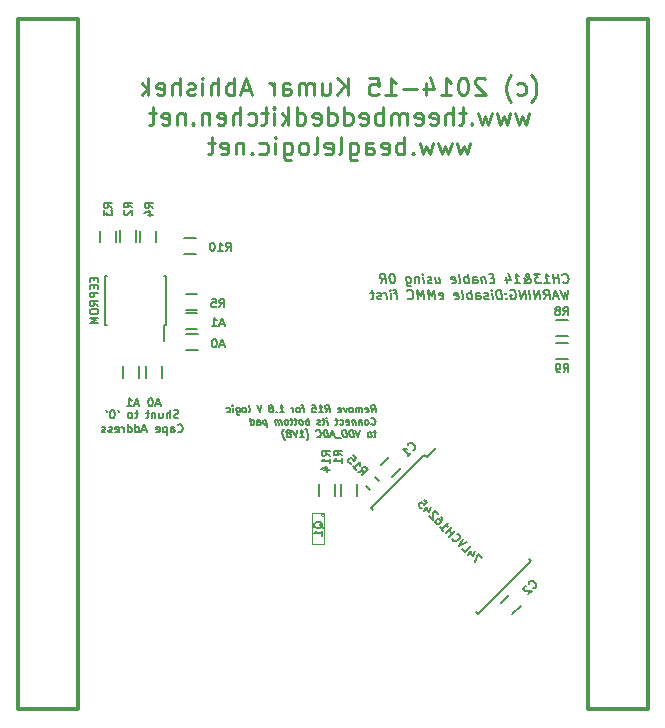
<source format=gbo>
%TF.GenerationSoftware,KiCad,Pcbnew,5.1.10*%
%TF.CreationDate,2022-06-04T14:31:52-04:00*%
%TF.ProjectId,BeagleLogic Cape,42656167-6c65-44c6-9f67-696320436170,rev?*%
%TF.SameCoordinates,PX6cb8080PY7bfa480*%
%TF.FileFunction,Legend,Bot*%
%TF.FilePolarity,Positive*%
%FSLAX46Y46*%
G04 Gerber Fmt 4.6, Leading zero omitted, Abs format (unit mm)*
G04 Created by KiCad (PCBNEW 5.1.10) date 2022-06-04 14:31:52*
%MOMM*%
%LPD*%
G01*
G04 APERTURE LIST*
%ADD10C,0.150000*%
%ADD11C,0.155000*%
%ADD12C,0.254000*%
%ADD13C,0.304800*%
%ADD14C,0.300000*%
%ADD15C,0.078740*%
G04 APERTURE END LIST*
D10*
X31413214Y35378572D02*
X31577500Y35664286D01*
X31756071Y35378572D02*
X31681071Y35978572D01*
X31452500Y35978572D01*
X31398928Y35950000D01*
X31373928Y35921429D01*
X31352500Y35864286D01*
X31363214Y35778572D01*
X31398928Y35721429D01*
X31431071Y35692858D01*
X31491785Y35664286D01*
X31720357Y35664286D01*
X30923928Y35407143D02*
X30984642Y35378572D01*
X31098928Y35378572D01*
X31152500Y35407143D01*
X31173928Y35464286D01*
X31145357Y35692858D01*
X31109642Y35750000D01*
X31048928Y35778572D01*
X30934642Y35778572D01*
X30881071Y35750000D01*
X30859642Y35692858D01*
X30866785Y35635715D01*
X31159642Y35578572D01*
X30641785Y35378572D02*
X30591785Y35778572D01*
X30598928Y35721429D02*
X30566785Y35750000D01*
X30506071Y35778572D01*
X30420357Y35778572D01*
X30366785Y35750000D01*
X30345357Y35692858D01*
X30384642Y35378572D01*
X30345357Y35692858D02*
X30309642Y35750000D01*
X30248928Y35778572D01*
X30163214Y35778572D01*
X30109642Y35750000D01*
X30088214Y35692858D01*
X30127500Y35378572D01*
X29756071Y35378572D02*
X29809642Y35407143D01*
X29834642Y35435715D01*
X29856071Y35492858D01*
X29834642Y35664286D01*
X29798928Y35721429D01*
X29766785Y35750000D01*
X29706071Y35778572D01*
X29620357Y35778572D01*
X29566785Y35750000D01*
X29541785Y35721429D01*
X29520357Y35664286D01*
X29541785Y35492858D01*
X29577500Y35435715D01*
X29609642Y35407143D01*
X29670357Y35378572D01*
X29756071Y35378572D01*
X29306071Y35778572D02*
X29213214Y35378572D01*
X29020357Y35778572D01*
X28609642Y35407143D02*
X28670357Y35378572D01*
X28784642Y35378572D01*
X28838214Y35407143D01*
X28859642Y35464286D01*
X28831071Y35692858D01*
X28795357Y35750000D01*
X28734642Y35778572D01*
X28620357Y35778572D01*
X28566785Y35750000D01*
X28545357Y35692858D01*
X28552500Y35635715D01*
X28845357Y35578572D01*
X27527500Y35378572D02*
X27691785Y35664286D01*
X27870357Y35378572D02*
X27795357Y35978572D01*
X27566785Y35978572D01*
X27513214Y35950000D01*
X27488214Y35921429D01*
X27466785Y35864286D01*
X27477500Y35778572D01*
X27513214Y35721429D01*
X27545357Y35692858D01*
X27606071Y35664286D01*
X27834642Y35664286D01*
X26956071Y35378572D02*
X27298928Y35378572D01*
X27127500Y35378572D02*
X27052500Y35978572D01*
X27120357Y35892858D01*
X27184642Y35835715D01*
X27245357Y35807143D01*
X26338214Y35978572D02*
X26623928Y35978572D01*
X26688214Y35692858D01*
X26656071Y35721429D01*
X26595357Y35750000D01*
X26452500Y35750000D01*
X26398928Y35721429D01*
X26373928Y35692858D01*
X26352500Y35635715D01*
X26370357Y35492858D01*
X26406071Y35435715D01*
X26438214Y35407143D01*
X26498928Y35378572D01*
X26641785Y35378572D01*
X26695357Y35407143D01*
X26720357Y35435715D01*
X25706071Y35778572D02*
X25477500Y35778572D01*
X25670357Y35378572D02*
X25606071Y35892858D01*
X25570357Y35950000D01*
X25509642Y35978572D01*
X25452500Y35978572D01*
X25241785Y35378572D02*
X25295357Y35407143D01*
X25320357Y35435715D01*
X25341785Y35492858D01*
X25320357Y35664286D01*
X25284642Y35721429D01*
X25252500Y35750000D01*
X25191785Y35778572D01*
X25106071Y35778572D01*
X25052500Y35750000D01*
X25027500Y35721429D01*
X25006071Y35664286D01*
X25027500Y35492858D01*
X25063214Y35435715D01*
X25095357Y35407143D01*
X25156071Y35378572D01*
X25241785Y35378572D01*
X24784642Y35378572D02*
X24734642Y35778572D01*
X24748928Y35664286D02*
X24713214Y35721429D01*
X24681071Y35750000D01*
X24620357Y35778572D01*
X24563214Y35778572D01*
X23641785Y35378572D02*
X23984642Y35378572D01*
X23813214Y35378572D02*
X23738214Y35978572D01*
X23806071Y35892858D01*
X23870357Y35835715D01*
X23931071Y35807143D01*
X23377500Y35435715D02*
X23352500Y35407143D01*
X23384642Y35378572D01*
X23409642Y35407143D01*
X23377500Y35435715D01*
X23384642Y35378572D01*
X22970357Y35721429D02*
X23023928Y35750000D01*
X23048928Y35778572D01*
X23070357Y35835715D01*
X23066785Y35864286D01*
X23031071Y35921429D01*
X22998928Y35950000D01*
X22938214Y35978572D01*
X22823928Y35978572D01*
X22770357Y35950000D01*
X22745357Y35921429D01*
X22723928Y35864286D01*
X22727500Y35835715D01*
X22763214Y35778572D01*
X22795357Y35750000D01*
X22856071Y35721429D01*
X22970357Y35721429D01*
X23031071Y35692858D01*
X23063214Y35664286D01*
X23098928Y35607143D01*
X23113214Y35492858D01*
X23091785Y35435715D01*
X23066785Y35407143D01*
X23013214Y35378572D01*
X22898928Y35378572D01*
X22838214Y35407143D01*
X22806071Y35435715D01*
X22770357Y35492858D01*
X22756071Y35607143D01*
X22777500Y35664286D01*
X22802500Y35692858D01*
X22856071Y35721429D01*
X22081071Y35978572D02*
X21956071Y35378572D01*
X21681071Y35978572D01*
X21013214Y35378572D02*
X21066785Y35407143D01*
X21088214Y35464286D01*
X21023928Y35978572D01*
X20698928Y35378572D02*
X20752500Y35407143D01*
X20777500Y35435715D01*
X20798928Y35492858D01*
X20777500Y35664286D01*
X20741785Y35721429D01*
X20709642Y35750000D01*
X20648928Y35778572D01*
X20563214Y35778572D01*
X20509642Y35750000D01*
X20484642Y35721429D01*
X20463214Y35664286D01*
X20484642Y35492858D01*
X20520357Y35435715D01*
X20552500Y35407143D01*
X20613214Y35378572D01*
X20698928Y35378572D01*
X19934642Y35778572D02*
X19995357Y35292858D01*
X20031071Y35235715D01*
X20063214Y35207143D01*
X20123928Y35178572D01*
X20209642Y35178572D01*
X20263214Y35207143D01*
X19981071Y35407143D02*
X20041785Y35378572D01*
X20156071Y35378572D01*
X20209642Y35407143D01*
X20234642Y35435715D01*
X20256071Y35492858D01*
X20234642Y35664286D01*
X20198928Y35721429D01*
X20166785Y35750000D01*
X20106071Y35778572D01*
X19991785Y35778572D01*
X19938214Y35750000D01*
X19698928Y35378572D02*
X19648928Y35778572D01*
X19623928Y35978572D02*
X19656071Y35950000D01*
X19631071Y35921429D01*
X19598928Y35950000D01*
X19623928Y35978572D01*
X19631071Y35921429D01*
X19152500Y35407143D02*
X19213214Y35378572D01*
X19327500Y35378572D01*
X19381071Y35407143D01*
X19406071Y35435715D01*
X19427500Y35492858D01*
X19406071Y35664286D01*
X19370357Y35721429D01*
X19338214Y35750000D01*
X19277500Y35778572D01*
X19163214Y35778572D01*
X19109642Y35750000D01*
X31406071Y34385715D02*
X31438214Y34357143D01*
X31527500Y34328572D01*
X31584642Y34328572D01*
X31666785Y34357143D01*
X31716785Y34414286D01*
X31738214Y34471429D01*
X31752500Y34585715D01*
X31741785Y34671429D01*
X31698928Y34785715D01*
X31663214Y34842858D01*
X31598928Y34900000D01*
X31509642Y34928572D01*
X31452500Y34928572D01*
X31370357Y34900000D01*
X31345357Y34871429D01*
X31070357Y34328572D02*
X31123928Y34357143D01*
X31148928Y34385715D01*
X31170357Y34442858D01*
X31148928Y34614286D01*
X31113214Y34671429D01*
X31081071Y34700000D01*
X31020357Y34728572D01*
X30934642Y34728572D01*
X30881071Y34700000D01*
X30856071Y34671429D01*
X30834642Y34614286D01*
X30856071Y34442858D01*
X30891785Y34385715D01*
X30923928Y34357143D01*
X30984642Y34328572D01*
X31070357Y34328572D01*
X30563214Y34728572D02*
X30613214Y34328572D01*
X30570357Y34671429D02*
X30538214Y34700000D01*
X30477500Y34728572D01*
X30391785Y34728572D01*
X30338214Y34700000D01*
X30316785Y34642858D01*
X30356071Y34328572D01*
X30020357Y34728572D02*
X30070357Y34328572D01*
X30027500Y34671429D02*
X29995357Y34700000D01*
X29934642Y34728572D01*
X29848928Y34728572D01*
X29795357Y34700000D01*
X29773928Y34642858D01*
X29813214Y34328572D01*
X29295357Y34357143D02*
X29356071Y34328572D01*
X29470357Y34328572D01*
X29523928Y34357143D01*
X29545357Y34414286D01*
X29516785Y34642858D01*
X29481071Y34700000D01*
X29420357Y34728572D01*
X29306071Y34728572D01*
X29252500Y34700000D01*
X29231071Y34642858D01*
X29238214Y34585715D01*
X29531071Y34528572D01*
X28752500Y34357143D02*
X28813214Y34328572D01*
X28927500Y34328572D01*
X28981071Y34357143D01*
X29006071Y34385715D01*
X29027500Y34442858D01*
X29006071Y34614286D01*
X28970357Y34671429D01*
X28938214Y34700000D01*
X28877500Y34728572D01*
X28763214Y34728572D01*
X28709642Y34700000D01*
X28534642Y34728572D02*
X28306071Y34728572D01*
X28423928Y34928572D02*
X28488214Y34414286D01*
X28466785Y34357143D01*
X28413214Y34328572D01*
X28356071Y34328572D01*
X27698928Y34328572D02*
X27648928Y34728572D01*
X27623928Y34928572D02*
X27656071Y34900000D01*
X27631071Y34871429D01*
X27598928Y34900000D01*
X27623928Y34928572D01*
X27631071Y34871429D01*
X27448928Y34728572D02*
X27220357Y34728572D01*
X27338214Y34928572D02*
X27402500Y34414286D01*
X27381071Y34357143D01*
X27327500Y34328572D01*
X27270357Y34328572D01*
X27095357Y34357143D02*
X27041785Y34328572D01*
X26927500Y34328572D01*
X26866785Y34357143D01*
X26831071Y34414286D01*
X26827500Y34442858D01*
X26848928Y34500000D01*
X26902500Y34528572D01*
X26988214Y34528572D01*
X27041785Y34557143D01*
X27063214Y34614286D01*
X27059642Y34642858D01*
X27023928Y34700000D01*
X26963214Y34728572D01*
X26877500Y34728572D01*
X26823928Y34700000D01*
X26127500Y34328572D02*
X26052500Y34928572D01*
X26081071Y34700000D02*
X26020357Y34728572D01*
X25906071Y34728572D01*
X25852500Y34700000D01*
X25827500Y34671429D01*
X25806071Y34614286D01*
X25827500Y34442858D01*
X25863214Y34385715D01*
X25895357Y34357143D01*
X25956071Y34328572D01*
X26070357Y34328572D01*
X26123928Y34357143D01*
X25498928Y34328572D02*
X25552500Y34357143D01*
X25577500Y34385715D01*
X25598928Y34442858D01*
X25577500Y34614286D01*
X25541785Y34671429D01*
X25509642Y34700000D01*
X25448928Y34728572D01*
X25363214Y34728572D01*
X25309642Y34700000D01*
X25284642Y34671429D01*
X25263214Y34614286D01*
X25284642Y34442858D01*
X25320357Y34385715D01*
X25352500Y34357143D01*
X25413214Y34328572D01*
X25498928Y34328572D01*
X25077500Y34728572D02*
X24848928Y34728572D01*
X24966785Y34928572D02*
X25031071Y34414286D01*
X25009642Y34357143D01*
X24956071Y34328572D01*
X24898928Y34328572D01*
X24734642Y34728572D02*
X24506071Y34728572D01*
X24623928Y34928572D02*
X24688214Y34414286D01*
X24666785Y34357143D01*
X24613214Y34328572D01*
X24556071Y34328572D01*
X24270357Y34328572D02*
X24323928Y34357143D01*
X24348928Y34385715D01*
X24370357Y34442858D01*
X24348928Y34614286D01*
X24313214Y34671429D01*
X24281071Y34700000D01*
X24220357Y34728572D01*
X24134642Y34728572D01*
X24081071Y34700000D01*
X24056071Y34671429D01*
X24034642Y34614286D01*
X24056071Y34442858D01*
X24091785Y34385715D01*
X24123928Y34357143D01*
X24184642Y34328572D01*
X24270357Y34328572D01*
X23813214Y34328572D02*
X23763214Y34728572D01*
X23770357Y34671429D02*
X23738214Y34700000D01*
X23677500Y34728572D01*
X23591785Y34728572D01*
X23538214Y34700000D01*
X23516785Y34642858D01*
X23556071Y34328572D01*
X23516785Y34642858D02*
X23481071Y34700000D01*
X23420357Y34728572D01*
X23334642Y34728572D01*
X23281071Y34700000D01*
X23259642Y34642858D01*
X23298928Y34328572D01*
X22506071Y34728572D02*
X22581071Y34128572D01*
X22509642Y34700000D02*
X22448928Y34728572D01*
X22334642Y34728572D01*
X22281071Y34700000D01*
X22256071Y34671429D01*
X22234642Y34614286D01*
X22256071Y34442858D01*
X22291785Y34385715D01*
X22323928Y34357143D01*
X22384642Y34328572D01*
X22498928Y34328572D01*
X22552500Y34357143D01*
X21756071Y34328572D02*
X21716785Y34642858D01*
X21738214Y34700000D01*
X21791785Y34728572D01*
X21906071Y34728572D01*
X21966785Y34700000D01*
X21752500Y34357143D02*
X21813214Y34328572D01*
X21956071Y34328572D01*
X22009642Y34357143D01*
X22031071Y34414286D01*
X22023928Y34471429D01*
X21988214Y34528572D01*
X21927500Y34557143D01*
X21784642Y34557143D01*
X21723928Y34585715D01*
X21213214Y34328572D02*
X21138214Y34928572D01*
X21209642Y34357143D02*
X21270357Y34328572D01*
X21384642Y34328572D01*
X21438214Y34357143D01*
X21463214Y34385715D01*
X21484642Y34442858D01*
X21463214Y34614286D01*
X21427500Y34671429D01*
X21395357Y34700000D01*
X21334642Y34728572D01*
X21220357Y34728572D01*
X21166785Y34700000D01*
X31791785Y33678572D02*
X31563214Y33678572D01*
X31681071Y33878572D02*
X31745357Y33364286D01*
X31723928Y33307143D01*
X31670357Y33278572D01*
X31613214Y33278572D01*
X31327500Y33278572D02*
X31381071Y33307143D01*
X31406071Y33335715D01*
X31427500Y33392858D01*
X31406071Y33564286D01*
X31370357Y33621429D01*
X31338214Y33650000D01*
X31277500Y33678572D01*
X31191785Y33678572D01*
X31138214Y33650000D01*
X31113214Y33621429D01*
X31091785Y33564286D01*
X31113214Y33392858D01*
X31148928Y33335715D01*
X31181071Y33307143D01*
X31241785Y33278572D01*
X31327500Y33278572D01*
X30423928Y33878572D02*
X30298928Y33278572D01*
X30023928Y33878572D01*
X29898928Y33278572D02*
X29823928Y33878572D01*
X29681071Y33878572D01*
X29598928Y33850000D01*
X29548928Y33792858D01*
X29527500Y33735715D01*
X29513214Y33621429D01*
X29523928Y33535715D01*
X29566785Y33421429D01*
X29602500Y33364286D01*
X29666785Y33307143D01*
X29756071Y33278572D01*
X29898928Y33278572D01*
X29298928Y33278572D02*
X29223928Y33878572D01*
X29081071Y33878572D01*
X28998928Y33850000D01*
X28948928Y33792858D01*
X28927500Y33735715D01*
X28913214Y33621429D01*
X28923928Y33535715D01*
X28966785Y33421429D01*
X29002500Y33364286D01*
X29066785Y33307143D01*
X29156071Y33278572D01*
X29298928Y33278572D01*
X28848928Y33221429D02*
X28391785Y33221429D01*
X28248928Y33450000D02*
X27963214Y33450000D01*
X28327500Y33278572D02*
X28052500Y33878572D01*
X27927500Y33278572D01*
X27727500Y33278572D02*
X27652500Y33878572D01*
X27509642Y33878572D01*
X27427500Y33850000D01*
X27377500Y33792858D01*
X27356071Y33735715D01*
X27341785Y33621429D01*
X27352500Y33535715D01*
X27395357Y33421429D01*
X27431071Y33364286D01*
X27495357Y33307143D01*
X27584642Y33278572D01*
X27727500Y33278572D01*
X26777500Y33335715D02*
X26809642Y33307143D01*
X26898928Y33278572D01*
X26956071Y33278572D01*
X27038214Y33307143D01*
X27088214Y33364286D01*
X27109642Y33421429D01*
X27123928Y33535715D01*
X27113214Y33621429D01*
X27070357Y33735715D01*
X27034642Y33792858D01*
X26970357Y33850000D01*
X26881071Y33878572D01*
X26823928Y33878572D01*
X26741785Y33850000D01*
X26716785Y33821429D01*
X25927500Y33050000D02*
X25952500Y33078572D01*
X25998928Y33164286D01*
X26020357Y33221429D01*
X26038214Y33307143D01*
X26048928Y33450000D01*
X26034642Y33564286D01*
X25988214Y33707143D01*
X25948928Y33792858D01*
X25913214Y33850000D01*
X25845357Y33935715D01*
X25813214Y33964286D01*
X25356071Y33278572D02*
X25698928Y33278572D01*
X25527500Y33278572D02*
X25452500Y33878572D01*
X25520357Y33792858D01*
X25584642Y33735715D01*
X25645357Y33707143D01*
X25109642Y33878572D02*
X24984642Y33278572D01*
X24709642Y33878572D01*
X24456071Y33621429D02*
X24509642Y33650000D01*
X24534642Y33678572D01*
X24556071Y33735715D01*
X24552500Y33764286D01*
X24516785Y33821429D01*
X24484642Y33850000D01*
X24423928Y33878572D01*
X24309642Y33878572D01*
X24256071Y33850000D01*
X24231071Y33821429D01*
X24209642Y33764286D01*
X24213214Y33735715D01*
X24248928Y33678572D01*
X24281071Y33650000D01*
X24341785Y33621429D01*
X24456071Y33621429D01*
X24516785Y33592858D01*
X24548928Y33564286D01*
X24584642Y33507143D01*
X24598928Y33392858D01*
X24577500Y33335715D01*
X24552500Y33307143D01*
X24498928Y33278572D01*
X24384642Y33278572D01*
X24323928Y33307143D01*
X24291785Y33335715D01*
X24256071Y33392858D01*
X24241785Y33507143D01*
X24263214Y33564286D01*
X24288214Y33592858D01*
X24341785Y33621429D01*
X24098928Y33050000D02*
X24066785Y33078572D01*
X23998928Y33164286D01*
X23963214Y33221429D01*
X23923928Y33307143D01*
X23877500Y33450000D01*
X23863214Y33564286D01*
X23873928Y33707143D01*
X23891785Y33792858D01*
X23913214Y33850000D01*
X23959642Y33935715D01*
X23984642Y33964286D01*
X47640595Y46389286D02*
X47683452Y46351191D01*
X47802500Y46313096D01*
X47878690Y46313096D01*
X47988214Y46351191D01*
X48054880Y46427381D01*
X48083452Y46503572D01*
X48102500Y46655953D01*
X48088214Y46770239D01*
X48031071Y46922620D01*
X47983452Y46998810D01*
X47897738Y47075000D01*
X47778690Y47113096D01*
X47702500Y47113096D01*
X47592976Y47075000D01*
X47559642Y47036905D01*
X47307261Y46313096D02*
X47207261Y47113096D01*
X47254880Y46732143D02*
X46797738Y46732143D01*
X46850119Y46313096D02*
X46750119Y47113096D01*
X46050119Y46313096D02*
X46507261Y46313096D01*
X46278690Y46313096D02*
X46178690Y47113096D01*
X46269166Y46998810D01*
X46354880Y46922620D01*
X46435833Y46884524D01*
X45683452Y47113096D02*
X45188214Y47113096D01*
X45492976Y46808334D01*
X45378690Y46808334D01*
X45307261Y46770239D01*
X45273928Y46732143D01*
X45245357Y46655953D01*
X45269166Y46465477D01*
X45316785Y46389286D01*
X45359642Y46351191D01*
X45440595Y46313096D01*
X45669166Y46313096D01*
X45740595Y46351191D01*
X45773928Y46389286D01*
X44297738Y46313096D02*
X44335833Y46313096D01*
X44407261Y46351191D01*
X44507261Y46465477D01*
X44669166Y46694048D01*
X44731071Y46808334D01*
X44754880Y46922620D01*
X44745357Y46998810D01*
X44697738Y47075000D01*
X44616785Y47113096D01*
X44578690Y47113096D01*
X44507261Y47075000D01*
X44478690Y46998810D01*
X44483452Y46960715D01*
X44531071Y46884524D01*
X44573928Y46846429D01*
X44821547Y46694048D01*
X44864404Y46655953D01*
X44912023Y46579762D01*
X44926309Y46465477D01*
X44897738Y46389286D01*
X44864404Y46351191D01*
X44792976Y46313096D01*
X44678690Y46313096D01*
X44597738Y46351191D01*
X44554880Y46389286D01*
X44421547Y46541667D01*
X44369166Y46655953D01*
X44359642Y46732143D01*
X43535833Y46313096D02*
X43992976Y46313096D01*
X43764404Y46313096D02*
X43664404Y47113096D01*
X43754880Y46998810D01*
X43840595Y46922620D01*
X43921547Y46884524D01*
X42783452Y46846429D02*
X42850119Y46313096D01*
X42935833Y47151191D02*
X43197738Y46579762D01*
X42702500Y46579762D01*
X41769166Y46732143D02*
X41502500Y46732143D01*
X41440595Y46313096D02*
X41821547Y46313096D01*
X41721547Y47113096D01*
X41340595Y47113096D01*
X41031071Y46846429D02*
X41097738Y46313096D01*
X41040595Y46770239D02*
X40997738Y46808334D01*
X40916785Y46846429D01*
X40802500Y46846429D01*
X40731071Y46808334D01*
X40702500Y46732143D01*
X40754880Y46313096D01*
X40031071Y46313096D02*
X39978690Y46732143D01*
X40007261Y46808334D01*
X40078690Y46846429D01*
X40231071Y46846429D01*
X40312023Y46808334D01*
X40026309Y46351191D02*
X40107261Y46313096D01*
X40297738Y46313096D01*
X40369166Y46351191D01*
X40397738Y46427381D01*
X40388214Y46503572D01*
X40340595Y46579762D01*
X40259642Y46617858D01*
X40069166Y46617858D01*
X39988214Y46655953D01*
X39650119Y46313096D02*
X39550119Y47113096D01*
X39588214Y46808334D02*
X39507261Y46846429D01*
X39354880Y46846429D01*
X39283452Y46808334D01*
X39250119Y46770239D01*
X39221547Y46694048D01*
X39250119Y46465477D01*
X39297738Y46389286D01*
X39340595Y46351191D01*
X39421547Y46313096D01*
X39573928Y46313096D01*
X39645357Y46351191D01*
X38812023Y46313096D02*
X38883452Y46351191D01*
X38912023Y46427381D01*
X38826309Y47113096D01*
X38197738Y46351191D02*
X38278690Y46313096D01*
X38431071Y46313096D01*
X38502500Y46351191D01*
X38531071Y46427381D01*
X38492976Y46732143D01*
X38445357Y46808334D01*
X38364404Y46846429D01*
X38212023Y46846429D01*
X38140595Y46808334D01*
X38112023Y46732143D01*
X38121547Y46655953D01*
X38512023Y46579762D01*
X36802500Y46846429D02*
X36869166Y46313096D01*
X37145357Y46846429D02*
X37197738Y46427381D01*
X37169166Y46351191D01*
X37097738Y46313096D01*
X36983452Y46313096D01*
X36902500Y46351191D01*
X36859642Y46389286D01*
X36521547Y46351191D02*
X36450119Y46313096D01*
X36297738Y46313096D01*
X36216785Y46351191D01*
X36169166Y46427381D01*
X36164404Y46465477D01*
X36192976Y46541667D01*
X36264404Y46579762D01*
X36378690Y46579762D01*
X36450119Y46617858D01*
X36478690Y46694048D01*
X36473928Y46732143D01*
X36426309Y46808334D01*
X36345357Y46846429D01*
X36231071Y46846429D01*
X36159642Y46808334D01*
X35840595Y46313096D02*
X35773928Y46846429D01*
X35740595Y47113096D02*
X35783452Y47075000D01*
X35750119Y47036905D01*
X35707261Y47075000D01*
X35740595Y47113096D01*
X35750119Y47036905D01*
X35392976Y46846429D02*
X35459642Y46313096D01*
X35402500Y46770239D02*
X35359642Y46808334D01*
X35278690Y46846429D01*
X35164404Y46846429D01*
X35092976Y46808334D01*
X35064404Y46732143D01*
X35116785Y46313096D01*
X34326309Y46846429D02*
X34407261Y46198810D01*
X34454880Y46122620D01*
X34497738Y46084524D01*
X34578690Y46046429D01*
X34692976Y46046429D01*
X34764404Y46084524D01*
X34388214Y46351191D02*
X34469166Y46313096D01*
X34621547Y46313096D01*
X34692976Y46351191D01*
X34726309Y46389286D01*
X34754880Y46465477D01*
X34726309Y46694048D01*
X34678690Y46770239D01*
X34635833Y46808334D01*
X34554880Y46846429D01*
X34402500Y46846429D01*
X34331071Y46808334D01*
X33150119Y47113096D02*
X33073928Y47113096D01*
X33002500Y47075000D01*
X32969166Y47036905D01*
X32940595Y46960715D01*
X32921547Y46808334D01*
X32945357Y46617858D01*
X33002500Y46465477D01*
X33050119Y46389286D01*
X33092976Y46351191D01*
X33173928Y46313096D01*
X33250119Y46313096D01*
X33321547Y46351191D01*
X33354880Y46389286D01*
X33383452Y46465477D01*
X33402500Y46617858D01*
X33378690Y46808334D01*
X33321547Y46960715D01*
X33273928Y47036905D01*
X33231071Y47075000D01*
X33150119Y47113096D01*
X32183452Y46313096D02*
X32402500Y46694048D01*
X32640595Y46313096D02*
X32540595Y47113096D01*
X32235833Y47113096D01*
X32164404Y47075000D01*
X32131071Y47036905D01*
X32102500Y46960715D01*
X32116785Y46846429D01*
X32164404Y46770239D01*
X32207261Y46732143D01*
X32288214Y46694048D01*
X32592976Y46694048D01*
X48083452Y45763096D02*
X47992976Y44963096D01*
X47769166Y45534524D01*
X47688214Y44963096D01*
X47397738Y45763096D01*
X47202500Y45191667D02*
X46821547Y45191667D01*
X47307261Y44963096D02*
X46940595Y45763096D01*
X46773928Y44963096D01*
X46050119Y44963096D02*
X46269166Y45344048D01*
X46507261Y44963096D02*
X46407261Y45763096D01*
X46102500Y45763096D01*
X46031071Y45725000D01*
X45997738Y45686905D01*
X45969166Y45610715D01*
X45983452Y45496429D01*
X46031071Y45420239D01*
X46073928Y45382143D01*
X46154880Y45344048D01*
X46459642Y45344048D01*
X45707261Y44963096D02*
X45607261Y45763096D01*
X45250119Y44963096D01*
X45150119Y45763096D01*
X44869166Y44963096D02*
X44769166Y45763096D01*
X44488214Y44963096D02*
X44388214Y45763096D01*
X44031071Y44963096D01*
X43931071Y45763096D01*
X43135833Y45725000D02*
X43207261Y45763096D01*
X43321547Y45763096D01*
X43440595Y45725000D01*
X43526309Y45648810D01*
X43573928Y45572620D01*
X43631071Y45420239D01*
X43645357Y45305953D01*
X43626309Y45153572D01*
X43597738Y45077381D01*
X43531071Y45001191D01*
X43421547Y44963096D01*
X43345357Y44963096D01*
X43226309Y45001191D01*
X43183452Y45039286D01*
X43150119Y45305953D01*
X43302500Y45305953D01*
X42840595Y45039286D02*
X42807261Y45001191D01*
X42850119Y44963096D01*
X42883452Y45001191D01*
X42840595Y45039286D01*
X42850119Y44963096D01*
X42788214Y45458334D02*
X42754880Y45420239D01*
X42797738Y45382143D01*
X42831071Y45420239D01*
X42788214Y45458334D01*
X42797738Y45382143D01*
X42469166Y44963096D02*
X42369166Y45763096D01*
X42178690Y45763096D01*
X42069166Y45725000D01*
X42002500Y45648810D01*
X41973928Y45572620D01*
X41954880Y45420239D01*
X41969166Y45305953D01*
X42026309Y45153572D01*
X42073928Y45077381D01*
X42159642Y45001191D01*
X42278690Y44963096D01*
X42469166Y44963096D01*
X41669166Y44963096D02*
X41602500Y45496429D01*
X41569166Y45763096D02*
X41612023Y45725000D01*
X41578690Y45686905D01*
X41535833Y45725000D01*
X41569166Y45763096D01*
X41578690Y45686905D01*
X41321547Y45001191D02*
X41250119Y44963096D01*
X41097738Y44963096D01*
X41016785Y45001191D01*
X40969166Y45077381D01*
X40964404Y45115477D01*
X40992976Y45191667D01*
X41064404Y45229762D01*
X41178690Y45229762D01*
X41250119Y45267858D01*
X41278690Y45344048D01*
X41273928Y45382143D01*
X41226309Y45458334D01*
X41145357Y45496429D01*
X41031071Y45496429D01*
X40959642Y45458334D01*
X40297738Y44963096D02*
X40245357Y45382143D01*
X40273928Y45458334D01*
X40345357Y45496429D01*
X40497738Y45496429D01*
X40578690Y45458334D01*
X40292976Y45001191D02*
X40373928Y44963096D01*
X40564404Y44963096D01*
X40635833Y45001191D01*
X40664404Y45077381D01*
X40654880Y45153572D01*
X40607261Y45229762D01*
X40526309Y45267858D01*
X40335833Y45267858D01*
X40254880Y45305953D01*
X39916785Y44963096D02*
X39816785Y45763096D01*
X39854880Y45458334D02*
X39773928Y45496429D01*
X39621547Y45496429D01*
X39550119Y45458334D01*
X39516785Y45420239D01*
X39488214Y45344048D01*
X39516785Y45115477D01*
X39564404Y45039286D01*
X39607261Y45001191D01*
X39688214Y44963096D01*
X39840595Y44963096D01*
X39912023Y45001191D01*
X39078690Y44963096D02*
X39150119Y45001191D01*
X39178690Y45077381D01*
X39092976Y45763096D01*
X38464404Y45001191D02*
X38545357Y44963096D01*
X38697738Y44963096D01*
X38769166Y45001191D01*
X38797738Y45077381D01*
X38759642Y45382143D01*
X38712023Y45458334D01*
X38631071Y45496429D01*
X38478690Y45496429D01*
X38407261Y45458334D01*
X38378690Y45382143D01*
X38388214Y45305953D01*
X38778690Y45229762D01*
X37169166Y45001191D02*
X37250119Y44963096D01*
X37402500Y44963096D01*
X37473928Y45001191D01*
X37502500Y45077381D01*
X37464404Y45382143D01*
X37416785Y45458334D01*
X37335833Y45496429D01*
X37183452Y45496429D01*
X37112023Y45458334D01*
X37083452Y45382143D01*
X37092976Y45305953D01*
X37483452Y45229762D01*
X36792976Y44963096D02*
X36692976Y45763096D01*
X36497738Y45191667D01*
X36159642Y45763096D01*
X36259642Y44963096D01*
X35878690Y44963096D02*
X35778690Y45763096D01*
X35583452Y45191667D01*
X35245357Y45763096D01*
X35345357Y44963096D01*
X34497738Y45039286D02*
X34540595Y45001191D01*
X34659642Y44963096D01*
X34735833Y44963096D01*
X34845357Y45001191D01*
X34912023Y45077381D01*
X34940595Y45153572D01*
X34959642Y45305953D01*
X34945357Y45420239D01*
X34888214Y45572620D01*
X34840595Y45648810D01*
X34754880Y45725000D01*
X34635833Y45763096D01*
X34559642Y45763096D01*
X34450119Y45725000D01*
X34416785Y45686905D01*
X33602500Y45496429D02*
X33297738Y45496429D01*
X33554880Y44963096D02*
X33469166Y45648810D01*
X33421547Y45725000D01*
X33340595Y45763096D01*
X33264404Y45763096D01*
X33097738Y44963096D02*
X33031071Y45496429D01*
X32997738Y45763096D02*
X33040595Y45725000D01*
X33007261Y45686905D01*
X32964404Y45725000D01*
X32997738Y45763096D01*
X33007261Y45686905D01*
X32716785Y44963096D02*
X32650119Y45496429D01*
X32669166Y45344048D02*
X32621547Y45420239D01*
X32578690Y45458334D01*
X32497738Y45496429D01*
X32421547Y45496429D01*
X32254880Y45001191D02*
X32183452Y44963096D01*
X32031071Y44963096D01*
X31950119Y45001191D01*
X31902500Y45077381D01*
X31897738Y45115477D01*
X31926309Y45191667D01*
X31997738Y45229762D01*
X32112023Y45229762D01*
X32183452Y45267858D01*
X32212023Y45344048D01*
X32207261Y45382143D01*
X32159642Y45458334D01*
X32078690Y45496429D01*
X31964404Y45496429D01*
X31892976Y45458334D01*
X31621547Y45496429D02*
X31316785Y45496429D01*
X31473928Y45763096D02*
X31559642Y45077381D01*
X31531071Y45001191D01*
X31459642Y44963096D01*
X31383452Y44963096D01*
X11700000Y36083334D02*
X11366666Y36083334D01*
X11766666Y35883334D02*
X11533333Y36583334D01*
X11300000Y35883334D01*
X10700000Y35883334D02*
X11100000Y35883334D01*
X10900000Y35883334D02*
X10900000Y36583334D01*
X10966666Y36483334D01*
X11033333Y36416667D01*
X11100000Y36383334D01*
X13500000Y36083334D02*
X13166666Y36083334D01*
X13566666Y35883334D02*
X13333333Y36583334D01*
X13100000Y35883334D01*
X12733333Y36583334D02*
X12666666Y36583334D01*
X12600000Y36550000D01*
X12566666Y36516667D01*
X12533333Y36450000D01*
X12500000Y36316667D01*
X12500000Y36150000D01*
X12533333Y36016667D01*
X12566666Y35950000D01*
X12600000Y35916667D01*
X12666666Y35883334D01*
X12733333Y35883334D01*
X12800000Y35916667D01*
X12833333Y35950000D01*
X12866666Y36016667D01*
X12900000Y36150000D01*
X12900000Y36316667D01*
X12866666Y36450000D01*
X12833333Y36516667D01*
X12800000Y36550000D01*
X12733333Y36583334D01*
D11*
X15066666Y34919167D02*
X14966666Y34885834D01*
X14800000Y34885834D01*
X14733333Y34919167D01*
X14700000Y34952500D01*
X14666666Y35019167D01*
X14666666Y35085834D01*
X14700000Y35152500D01*
X14733333Y35185834D01*
X14800000Y35219167D01*
X14933333Y35252500D01*
X15000000Y35285834D01*
X15033333Y35319167D01*
X15066666Y35385834D01*
X15066666Y35452500D01*
X15033333Y35519167D01*
X15000000Y35552500D01*
X14933333Y35585834D01*
X14766666Y35585834D01*
X14666666Y35552500D01*
X14366666Y34885834D02*
X14366666Y35585834D01*
X14066666Y34885834D02*
X14066666Y35252500D01*
X14100000Y35319167D01*
X14166666Y35352500D01*
X14266666Y35352500D01*
X14333333Y35319167D01*
X14366666Y35285834D01*
X13433333Y35352500D02*
X13433333Y34885834D01*
X13733333Y35352500D02*
X13733333Y34985834D01*
X13700000Y34919167D01*
X13633333Y34885834D01*
X13533333Y34885834D01*
X13466666Y34919167D01*
X13433333Y34952500D01*
X13100000Y35352500D02*
X13100000Y34885834D01*
X13100000Y35285834D02*
X13066666Y35319167D01*
X13000000Y35352500D01*
X12900000Y35352500D01*
X12833333Y35319167D01*
X12800000Y35252500D01*
X12800000Y34885834D01*
X12566666Y35352500D02*
X12300000Y35352500D01*
X12466666Y35585834D02*
X12466666Y34985834D01*
X12433333Y34919167D01*
X12366666Y34885834D01*
X12300000Y34885834D01*
X11633333Y35352500D02*
X11366666Y35352500D01*
X11533333Y35585834D02*
X11533333Y34985834D01*
X11500000Y34919167D01*
X11433333Y34885834D01*
X11366666Y34885834D01*
X11033333Y34885834D02*
X11100000Y34919167D01*
X11133333Y34952500D01*
X11166666Y35019167D01*
X11166666Y35219167D01*
X11133333Y35285834D01*
X11100000Y35319167D01*
X11033333Y35352500D01*
X10933333Y35352500D01*
X10866666Y35319167D01*
X10833333Y35285834D01*
X10800000Y35219167D01*
X10800000Y35019167D01*
X10833333Y34952500D01*
X10866666Y34919167D01*
X10933333Y34885834D01*
X11033333Y34885834D01*
X9933333Y35585834D02*
X10000000Y35452500D01*
X9500000Y35585834D02*
X9433333Y35585834D01*
X9366666Y35552500D01*
X9333333Y35519167D01*
X9300000Y35452500D01*
X9266666Y35319167D01*
X9266666Y35152500D01*
X9300000Y35019167D01*
X9333333Y34952500D01*
X9366666Y34919167D01*
X9433333Y34885834D01*
X9500000Y34885834D01*
X9566666Y34919167D01*
X9600000Y34952500D01*
X9633333Y35019167D01*
X9666666Y35152500D01*
X9666666Y35319167D01*
X9633333Y35452500D01*
X9600000Y35519167D01*
X9566666Y35552500D01*
X9500000Y35585834D01*
X8933333Y35585834D02*
X9000000Y35452500D01*
X15000000Y33747500D02*
X15033333Y33714167D01*
X15133333Y33680834D01*
X15200000Y33680834D01*
X15300000Y33714167D01*
X15366666Y33780834D01*
X15400000Y33847500D01*
X15433333Y33980834D01*
X15433333Y34080834D01*
X15400000Y34214167D01*
X15366666Y34280834D01*
X15300000Y34347500D01*
X15200000Y34380834D01*
X15133333Y34380834D01*
X15033333Y34347500D01*
X15000000Y34314167D01*
X14400000Y33680834D02*
X14400000Y34047500D01*
X14433333Y34114167D01*
X14500000Y34147500D01*
X14633333Y34147500D01*
X14700000Y34114167D01*
X14400000Y33714167D02*
X14466666Y33680834D01*
X14633333Y33680834D01*
X14700000Y33714167D01*
X14733333Y33780834D01*
X14733333Y33847500D01*
X14700000Y33914167D01*
X14633333Y33947500D01*
X14466666Y33947500D01*
X14400000Y33980834D01*
X14066666Y34147500D02*
X14066666Y33447500D01*
X14066666Y34114167D02*
X14000000Y34147500D01*
X13866666Y34147500D01*
X13800000Y34114167D01*
X13766666Y34080834D01*
X13733333Y34014167D01*
X13733333Y33814167D01*
X13766666Y33747500D01*
X13800000Y33714167D01*
X13866666Y33680834D01*
X14000000Y33680834D01*
X14066666Y33714167D01*
X13166666Y33714167D02*
X13233333Y33680834D01*
X13366666Y33680834D01*
X13433333Y33714167D01*
X13466666Y33780834D01*
X13466666Y34047500D01*
X13433333Y34114167D01*
X13366666Y34147500D01*
X13233333Y34147500D01*
X13166666Y34114167D01*
X13133333Y34047500D01*
X13133333Y33980834D01*
X13466666Y33914167D01*
X12333333Y33880834D02*
X12000000Y33880834D01*
X12400000Y33680834D02*
X12166666Y34380834D01*
X11933333Y33680834D01*
X11400000Y33680834D02*
X11400000Y34380834D01*
X11400000Y33714167D02*
X11466666Y33680834D01*
X11600000Y33680834D01*
X11666666Y33714167D01*
X11700000Y33747500D01*
X11733333Y33814167D01*
X11733333Y34014167D01*
X11700000Y34080834D01*
X11666666Y34114167D01*
X11600000Y34147500D01*
X11466666Y34147500D01*
X11400000Y34114167D01*
X10766666Y33680834D02*
X10766666Y34380834D01*
X10766666Y33714167D02*
X10833333Y33680834D01*
X10966666Y33680834D01*
X11033333Y33714167D01*
X11066666Y33747500D01*
X11100000Y33814167D01*
X11100000Y34014167D01*
X11066666Y34080834D01*
X11033333Y34114167D01*
X10966666Y34147500D01*
X10833333Y34147500D01*
X10766666Y34114167D01*
X10433333Y33680834D02*
X10433333Y34147500D01*
X10433333Y34014167D02*
X10400000Y34080834D01*
X10366666Y34114167D01*
X10300000Y34147500D01*
X10233333Y34147500D01*
X9733333Y33714167D02*
X9800000Y33680834D01*
X9933333Y33680834D01*
X10000000Y33714167D01*
X10033333Y33780834D01*
X10033333Y34047500D01*
X10000000Y34114167D01*
X9933333Y34147500D01*
X9800000Y34147500D01*
X9733333Y34114167D01*
X9700000Y34047500D01*
X9700000Y33980834D01*
X10033333Y33914167D01*
X9433333Y33714167D02*
X9366666Y33680834D01*
X9233333Y33680834D01*
X9166666Y33714167D01*
X9133333Y33780834D01*
X9133333Y33814167D01*
X9166666Y33880834D01*
X9233333Y33914167D01*
X9333333Y33914167D01*
X9400000Y33947500D01*
X9433333Y34014167D01*
X9433333Y34047500D01*
X9400000Y34114167D01*
X9333333Y34147500D01*
X9233333Y34147500D01*
X9166666Y34114167D01*
X8866666Y33714167D02*
X8800000Y33680834D01*
X8666666Y33680834D01*
X8600000Y33714167D01*
X8566666Y33780834D01*
X8566666Y33814167D01*
X8600000Y33880834D01*
X8666666Y33914167D01*
X8766666Y33914167D01*
X8833333Y33947500D01*
X8866666Y34014167D01*
X8866666Y34047500D01*
X8833333Y34114167D01*
X8766666Y34147500D01*
X8666666Y34147500D01*
X8600000Y34114167D01*
D10*
X18900000Y42883334D02*
X18566666Y42883334D01*
X18966666Y42683334D02*
X18733333Y43383334D01*
X18500000Y42683334D01*
X17900000Y42683334D02*
X18300000Y42683334D01*
X18100000Y42683334D02*
X18100000Y43383334D01*
X18166666Y43283334D01*
X18233333Y43216667D01*
X18300000Y43183334D01*
X18900000Y41083334D02*
X18566666Y41083334D01*
X18966666Y40883334D02*
X18733333Y41583334D01*
X18500000Y40883334D01*
X18133333Y41583334D02*
X18066666Y41583334D01*
X18000000Y41550000D01*
X17966666Y41516667D01*
X17933333Y41450000D01*
X17900000Y41316667D01*
X17900000Y41150000D01*
X17933333Y41016667D01*
X17966666Y40950000D01*
X18000000Y40916667D01*
X18066666Y40883334D01*
X18133333Y40883334D01*
X18200000Y40916667D01*
X18233333Y40950000D01*
X18266666Y41016667D01*
X18300000Y41150000D01*
X18300000Y41316667D01*
X18266666Y41450000D01*
X18233333Y41516667D01*
X18200000Y41550000D01*
X18133333Y41583334D01*
D12*
X44950000Y61654000D02*
X45021428Y61725429D01*
X45164285Y61939715D01*
X45235714Y62082572D01*
X45307142Y62296858D01*
X45378571Y62654000D01*
X45378571Y62939715D01*
X45307142Y63296858D01*
X45235714Y63511143D01*
X45164285Y63654000D01*
X45021428Y63868286D01*
X44950000Y63939715D01*
X43735714Y62296858D02*
X43878571Y62225429D01*
X44164285Y62225429D01*
X44307142Y62296858D01*
X44378571Y62368286D01*
X44450000Y62511143D01*
X44450000Y62939715D01*
X44378571Y63082572D01*
X44307142Y63154000D01*
X44164285Y63225429D01*
X43878571Y63225429D01*
X43735714Y63154000D01*
X43235714Y61654000D02*
X43164285Y61725429D01*
X43021428Y61939715D01*
X42950000Y62082572D01*
X42878571Y62296858D01*
X42807142Y62654000D01*
X42807142Y62939715D01*
X42878571Y63296858D01*
X42950000Y63511143D01*
X43021428Y63654000D01*
X43164285Y63868286D01*
X43235714Y63939715D01*
X41021428Y63582572D02*
X40950000Y63654000D01*
X40807142Y63725429D01*
X40450000Y63725429D01*
X40307142Y63654000D01*
X40235714Y63582572D01*
X40164285Y63439715D01*
X40164285Y63296858D01*
X40235714Y63082572D01*
X41092857Y62225429D01*
X40164285Y62225429D01*
X39235714Y63725429D02*
X39092857Y63725429D01*
X38950000Y63654000D01*
X38878571Y63582572D01*
X38807142Y63439715D01*
X38735714Y63154000D01*
X38735714Y62796858D01*
X38807142Y62511143D01*
X38878571Y62368286D01*
X38950000Y62296858D01*
X39092857Y62225429D01*
X39235714Y62225429D01*
X39378571Y62296858D01*
X39450000Y62368286D01*
X39521428Y62511143D01*
X39592857Y62796858D01*
X39592857Y63154000D01*
X39521428Y63439715D01*
X39450000Y63582572D01*
X39378571Y63654000D01*
X39235714Y63725429D01*
X37307142Y62225429D02*
X38164285Y62225429D01*
X37735714Y62225429D02*
X37735714Y63725429D01*
X37878571Y63511143D01*
X38021428Y63368286D01*
X38164285Y63296858D01*
X36021428Y63225429D02*
X36021428Y62225429D01*
X36378571Y63796858D02*
X36735714Y62725429D01*
X35807142Y62725429D01*
X35235714Y62796858D02*
X34092857Y62796858D01*
X32592857Y62225429D02*
X33450000Y62225429D01*
X33021428Y62225429D02*
X33021428Y63725429D01*
X33164285Y63511143D01*
X33307142Y63368286D01*
X33450000Y63296858D01*
X31235714Y63725429D02*
X31950000Y63725429D01*
X32021428Y63011143D01*
X31950000Y63082572D01*
X31807142Y63154000D01*
X31450000Y63154000D01*
X31307142Y63082572D01*
X31235714Y63011143D01*
X31164285Y62868286D01*
X31164285Y62511143D01*
X31235714Y62368286D01*
X31307142Y62296858D01*
X31450000Y62225429D01*
X31807142Y62225429D01*
X31950000Y62296858D01*
X32021428Y62368286D01*
X29378571Y62225429D02*
X29378571Y63725429D01*
X28521428Y62225429D02*
X29164285Y63082572D01*
X28521428Y63725429D02*
X29378571Y62868286D01*
X27235714Y63225429D02*
X27235714Y62225429D01*
X27878571Y63225429D02*
X27878571Y62439715D01*
X27807142Y62296858D01*
X27664285Y62225429D01*
X27450000Y62225429D01*
X27307142Y62296858D01*
X27235714Y62368286D01*
X26521428Y62225429D02*
X26521428Y63225429D01*
X26521428Y63082572D02*
X26450000Y63154000D01*
X26307142Y63225429D01*
X26092857Y63225429D01*
X25950000Y63154000D01*
X25878571Y63011143D01*
X25878571Y62225429D01*
X25878571Y63011143D02*
X25807142Y63154000D01*
X25664285Y63225429D01*
X25450000Y63225429D01*
X25307142Y63154000D01*
X25235714Y63011143D01*
X25235714Y62225429D01*
X23878571Y62225429D02*
X23878571Y63011143D01*
X23950000Y63154000D01*
X24092857Y63225429D01*
X24378571Y63225429D01*
X24521428Y63154000D01*
X23878571Y62296858D02*
X24021428Y62225429D01*
X24378571Y62225429D01*
X24521428Y62296858D01*
X24592857Y62439715D01*
X24592857Y62582572D01*
X24521428Y62725429D01*
X24378571Y62796858D01*
X24021428Y62796858D01*
X23878571Y62868286D01*
X23164285Y62225429D02*
X23164285Y63225429D01*
X23164285Y62939715D02*
X23092857Y63082572D01*
X23021428Y63154000D01*
X22878571Y63225429D01*
X22735714Y63225429D01*
X21164285Y62654000D02*
X20450000Y62654000D01*
X21307142Y62225429D02*
X20807142Y63725429D01*
X20307142Y62225429D01*
X19807142Y62225429D02*
X19807142Y63725429D01*
X19807142Y63154000D02*
X19664285Y63225429D01*
X19378571Y63225429D01*
X19235714Y63154000D01*
X19164285Y63082572D01*
X19092857Y62939715D01*
X19092857Y62511143D01*
X19164285Y62368286D01*
X19235714Y62296858D01*
X19378571Y62225429D01*
X19664285Y62225429D01*
X19807142Y62296858D01*
X18450000Y62225429D02*
X18450000Y63725429D01*
X17807142Y62225429D02*
X17807142Y63011143D01*
X17878571Y63154000D01*
X18021428Y63225429D01*
X18235714Y63225429D01*
X18378571Y63154000D01*
X18450000Y63082572D01*
X17092857Y62225429D02*
X17092857Y63225429D01*
X17092857Y63725429D02*
X17164285Y63654000D01*
X17092857Y63582572D01*
X17021428Y63654000D01*
X17092857Y63725429D01*
X17092857Y63582572D01*
X16450000Y62296858D02*
X16307142Y62225429D01*
X16021428Y62225429D01*
X15878571Y62296858D01*
X15807142Y62439715D01*
X15807142Y62511143D01*
X15878571Y62654000D01*
X16021428Y62725429D01*
X16235714Y62725429D01*
X16378571Y62796858D01*
X16450000Y62939715D01*
X16450000Y63011143D01*
X16378571Y63154000D01*
X16235714Y63225429D01*
X16021428Y63225429D01*
X15878571Y63154000D01*
X15164285Y62225429D02*
X15164285Y63725429D01*
X14521428Y62225429D02*
X14521428Y63011143D01*
X14592857Y63154000D01*
X14735714Y63225429D01*
X14950000Y63225429D01*
X15092857Y63154000D01*
X15164285Y63082572D01*
X13235714Y62296858D02*
X13378571Y62225429D01*
X13664285Y62225429D01*
X13807142Y62296858D01*
X13878571Y62439715D01*
X13878571Y63011143D01*
X13807142Y63154000D01*
X13664285Y63225429D01*
X13378571Y63225429D01*
X13235714Y63154000D01*
X13164285Y63011143D01*
X13164285Y62868286D01*
X13878571Y62725429D01*
X12521428Y62225429D02*
X12521428Y63725429D01*
X12378571Y62796858D02*
X11950000Y62225429D01*
X11950000Y63225429D02*
X12521428Y62654000D01*
X44735714Y60721429D02*
X44450000Y59721429D01*
X44164285Y60435715D01*
X43878571Y59721429D01*
X43592857Y60721429D01*
X43164285Y60721429D02*
X42878571Y59721429D01*
X42592857Y60435715D01*
X42307142Y59721429D01*
X42021428Y60721429D01*
X41592857Y60721429D02*
X41307142Y59721429D01*
X41021428Y60435715D01*
X40735714Y59721429D01*
X40450000Y60721429D01*
X39878571Y59864286D02*
X39807142Y59792858D01*
X39878571Y59721429D01*
X39950000Y59792858D01*
X39878571Y59864286D01*
X39878571Y59721429D01*
X39378571Y60721429D02*
X38807142Y60721429D01*
X39164285Y61221429D02*
X39164285Y59935715D01*
X39092857Y59792858D01*
X38950000Y59721429D01*
X38807142Y59721429D01*
X38307142Y59721429D02*
X38307142Y61221429D01*
X37664285Y59721429D02*
X37664285Y60507143D01*
X37735714Y60650000D01*
X37878571Y60721429D01*
X38092857Y60721429D01*
X38235714Y60650000D01*
X38307142Y60578572D01*
X36378571Y59792858D02*
X36521428Y59721429D01*
X36807142Y59721429D01*
X36950000Y59792858D01*
X37021428Y59935715D01*
X37021428Y60507143D01*
X36950000Y60650000D01*
X36807142Y60721429D01*
X36521428Y60721429D01*
X36378571Y60650000D01*
X36307142Y60507143D01*
X36307142Y60364286D01*
X37021428Y60221429D01*
X35092857Y59792858D02*
X35235714Y59721429D01*
X35521428Y59721429D01*
X35664285Y59792858D01*
X35735714Y59935715D01*
X35735714Y60507143D01*
X35664285Y60650000D01*
X35521428Y60721429D01*
X35235714Y60721429D01*
X35092857Y60650000D01*
X35021428Y60507143D01*
X35021428Y60364286D01*
X35735714Y60221429D01*
X34378571Y59721429D02*
X34378571Y60721429D01*
X34378571Y60578572D02*
X34307142Y60650000D01*
X34164285Y60721429D01*
X33950000Y60721429D01*
X33807142Y60650000D01*
X33735714Y60507143D01*
X33735714Y59721429D01*
X33735714Y60507143D02*
X33664285Y60650000D01*
X33521428Y60721429D01*
X33307142Y60721429D01*
X33164285Y60650000D01*
X33092857Y60507143D01*
X33092857Y59721429D01*
X32378571Y59721429D02*
X32378571Y61221429D01*
X32378571Y60650000D02*
X32235714Y60721429D01*
X31950000Y60721429D01*
X31807142Y60650000D01*
X31735714Y60578572D01*
X31664285Y60435715D01*
X31664285Y60007143D01*
X31735714Y59864286D01*
X31807142Y59792858D01*
X31950000Y59721429D01*
X32235714Y59721429D01*
X32378571Y59792858D01*
X30450000Y59792858D02*
X30592857Y59721429D01*
X30878571Y59721429D01*
X31021428Y59792858D01*
X31092857Y59935715D01*
X31092857Y60507143D01*
X31021428Y60650000D01*
X30878571Y60721429D01*
X30592857Y60721429D01*
X30450000Y60650000D01*
X30378571Y60507143D01*
X30378571Y60364286D01*
X31092857Y60221429D01*
X29092857Y59721429D02*
X29092857Y61221429D01*
X29092857Y59792858D02*
X29235714Y59721429D01*
X29521428Y59721429D01*
X29664285Y59792858D01*
X29735714Y59864286D01*
X29807142Y60007143D01*
X29807142Y60435715D01*
X29735714Y60578572D01*
X29664285Y60650000D01*
X29521428Y60721429D01*
X29235714Y60721429D01*
X29092857Y60650000D01*
X27735714Y59721429D02*
X27735714Y61221429D01*
X27735714Y59792858D02*
X27878571Y59721429D01*
X28164285Y59721429D01*
X28307142Y59792858D01*
X28378571Y59864286D01*
X28450000Y60007143D01*
X28450000Y60435715D01*
X28378571Y60578572D01*
X28307142Y60650000D01*
X28164285Y60721429D01*
X27878571Y60721429D01*
X27735714Y60650000D01*
X26450000Y59792858D02*
X26592857Y59721429D01*
X26878571Y59721429D01*
X27021428Y59792858D01*
X27092857Y59935715D01*
X27092857Y60507143D01*
X27021428Y60650000D01*
X26878571Y60721429D01*
X26592857Y60721429D01*
X26450000Y60650000D01*
X26378571Y60507143D01*
X26378571Y60364286D01*
X27092857Y60221429D01*
X25092857Y59721429D02*
X25092857Y61221429D01*
X25092857Y59792858D02*
X25235714Y59721429D01*
X25521428Y59721429D01*
X25664285Y59792858D01*
X25735714Y59864286D01*
X25807142Y60007143D01*
X25807142Y60435715D01*
X25735714Y60578572D01*
X25664285Y60650000D01*
X25521428Y60721429D01*
X25235714Y60721429D01*
X25092857Y60650000D01*
X24378571Y59721429D02*
X24378571Y61221429D01*
X24235714Y60292858D02*
X23807142Y59721429D01*
X23807142Y60721429D02*
X24378571Y60150000D01*
X23164285Y59721429D02*
X23164285Y60721429D01*
X23164285Y61221429D02*
X23235714Y61150000D01*
X23164285Y61078572D01*
X23092857Y61150000D01*
X23164285Y61221429D01*
X23164285Y61078572D01*
X22664285Y60721429D02*
X22092857Y60721429D01*
X22450000Y61221429D02*
X22450000Y59935715D01*
X22378571Y59792858D01*
X22235714Y59721429D01*
X22092857Y59721429D01*
X20950000Y59792858D02*
X21092857Y59721429D01*
X21378571Y59721429D01*
X21521428Y59792858D01*
X21592857Y59864286D01*
X21664285Y60007143D01*
X21664285Y60435715D01*
X21592857Y60578572D01*
X21521428Y60650000D01*
X21378571Y60721429D01*
X21092857Y60721429D01*
X20950000Y60650000D01*
X20307142Y59721429D02*
X20307142Y61221429D01*
X19664285Y59721429D02*
X19664285Y60507143D01*
X19735714Y60650000D01*
X19878571Y60721429D01*
X20092857Y60721429D01*
X20235714Y60650000D01*
X20307142Y60578572D01*
X18378571Y59792858D02*
X18521428Y59721429D01*
X18807142Y59721429D01*
X18950000Y59792858D01*
X19021428Y59935715D01*
X19021428Y60507143D01*
X18950000Y60650000D01*
X18807142Y60721429D01*
X18521428Y60721429D01*
X18378571Y60650000D01*
X18307142Y60507143D01*
X18307142Y60364286D01*
X19021428Y60221429D01*
X17664285Y60721429D02*
X17664285Y59721429D01*
X17664285Y60578572D02*
X17592857Y60650000D01*
X17450000Y60721429D01*
X17235714Y60721429D01*
X17092857Y60650000D01*
X17021428Y60507143D01*
X17021428Y59721429D01*
X16307142Y59864286D02*
X16235714Y59792858D01*
X16307142Y59721429D01*
X16378571Y59792858D01*
X16307142Y59864286D01*
X16307142Y59721429D01*
X15592857Y60721429D02*
X15592857Y59721429D01*
X15592857Y60578572D02*
X15521428Y60650000D01*
X15378571Y60721429D01*
X15164285Y60721429D01*
X15021428Y60650000D01*
X14950000Y60507143D01*
X14950000Y59721429D01*
X13664285Y59792858D02*
X13807142Y59721429D01*
X14092857Y59721429D01*
X14235714Y59792858D01*
X14307142Y59935715D01*
X14307142Y60507143D01*
X14235714Y60650000D01*
X14092857Y60721429D01*
X13807142Y60721429D01*
X13664285Y60650000D01*
X13592857Y60507143D01*
X13592857Y60364286D01*
X14307142Y60221429D01*
X13164285Y60721429D02*
X12592857Y60721429D01*
X12950000Y61221429D02*
X12950000Y59935715D01*
X12878571Y59792858D01*
X12735714Y59721429D01*
X12592857Y59721429D01*
X39771428Y58217429D02*
X39485714Y57217429D01*
X39200000Y57931715D01*
X38914285Y57217429D01*
X38628571Y58217429D01*
X38200000Y58217429D02*
X37914285Y57217429D01*
X37628571Y57931715D01*
X37342857Y57217429D01*
X37057142Y58217429D01*
X36628571Y58217429D02*
X36342857Y57217429D01*
X36057142Y57931715D01*
X35771428Y57217429D01*
X35485714Y58217429D01*
X34914285Y57360286D02*
X34842857Y57288858D01*
X34914285Y57217429D01*
X34985714Y57288858D01*
X34914285Y57360286D01*
X34914285Y57217429D01*
X34200000Y57217429D02*
X34200000Y58717429D01*
X34200000Y58146000D02*
X34057142Y58217429D01*
X33771428Y58217429D01*
X33628571Y58146000D01*
X33557142Y58074572D01*
X33485714Y57931715D01*
X33485714Y57503143D01*
X33557142Y57360286D01*
X33628571Y57288858D01*
X33771428Y57217429D01*
X34057142Y57217429D01*
X34200000Y57288858D01*
X32271428Y57288858D02*
X32414285Y57217429D01*
X32700000Y57217429D01*
X32842857Y57288858D01*
X32914285Y57431715D01*
X32914285Y58003143D01*
X32842857Y58146000D01*
X32700000Y58217429D01*
X32414285Y58217429D01*
X32271428Y58146000D01*
X32200000Y58003143D01*
X32200000Y57860286D01*
X32914285Y57717429D01*
X30914285Y57217429D02*
X30914285Y58003143D01*
X30985714Y58146000D01*
X31128571Y58217429D01*
X31414285Y58217429D01*
X31557142Y58146000D01*
X30914285Y57288858D02*
X31057142Y57217429D01*
X31414285Y57217429D01*
X31557142Y57288858D01*
X31628571Y57431715D01*
X31628571Y57574572D01*
X31557142Y57717429D01*
X31414285Y57788858D01*
X31057142Y57788858D01*
X30914285Y57860286D01*
X29557142Y58217429D02*
X29557142Y57003143D01*
X29628571Y56860286D01*
X29700000Y56788858D01*
X29842857Y56717429D01*
X30057142Y56717429D01*
X30200000Y56788858D01*
X29557142Y57288858D02*
X29700000Y57217429D01*
X29985714Y57217429D01*
X30128571Y57288858D01*
X30200000Y57360286D01*
X30271428Y57503143D01*
X30271428Y57931715D01*
X30200000Y58074572D01*
X30128571Y58146000D01*
X29985714Y58217429D01*
X29700000Y58217429D01*
X29557142Y58146000D01*
X28628571Y57217429D02*
X28771428Y57288858D01*
X28842857Y57431715D01*
X28842857Y58717429D01*
X27485714Y57288858D02*
X27628571Y57217429D01*
X27914285Y57217429D01*
X28057142Y57288858D01*
X28128571Y57431715D01*
X28128571Y58003143D01*
X28057142Y58146000D01*
X27914285Y58217429D01*
X27628571Y58217429D01*
X27485714Y58146000D01*
X27414285Y58003143D01*
X27414285Y57860286D01*
X28128571Y57717429D01*
X26557142Y57217429D02*
X26700000Y57288858D01*
X26771428Y57431715D01*
X26771428Y58717429D01*
X25771428Y57217429D02*
X25914285Y57288858D01*
X25985714Y57360286D01*
X26057142Y57503143D01*
X26057142Y57931715D01*
X25985714Y58074572D01*
X25914285Y58146000D01*
X25771428Y58217429D01*
X25557142Y58217429D01*
X25414285Y58146000D01*
X25342857Y58074572D01*
X25271428Y57931715D01*
X25271428Y57503143D01*
X25342857Y57360286D01*
X25414285Y57288858D01*
X25557142Y57217429D01*
X25771428Y57217429D01*
X23985714Y58217429D02*
X23985714Y57003143D01*
X24057142Y56860286D01*
X24128571Y56788858D01*
X24271428Y56717429D01*
X24485714Y56717429D01*
X24628571Y56788858D01*
X23985714Y57288858D02*
X24128571Y57217429D01*
X24414285Y57217429D01*
X24557142Y57288858D01*
X24628571Y57360286D01*
X24700000Y57503143D01*
X24700000Y57931715D01*
X24628571Y58074572D01*
X24557142Y58146000D01*
X24414285Y58217429D01*
X24128571Y58217429D01*
X23985714Y58146000D01*
X23271428Y57217429D02*
X23271428Y58217429D01*
X23271428Y58717429D02*
X23342857Y58646000D01*
X23271428Y58574572D01*
X23200000Y58646000D01*
X23271428Y58717429D01*
X23271428Y58574572D01*
X21914285Y57288858D02*
X22057142Y57217429D01*
X22342857Y57217429D01*
X22485714Y57288858D01*
X22557142Y57360286D01*
X22628571Y57503143D01*
X22628571Y57931715D01*
X22557142Y58074572D01*
X22485714Y58146000D01*
X22342857Y58217429D01*
X22057142Y58217429D01*
X21914285Y58146000D01*
X21271428Y57360286D02*
X21200000Y57288858D01*
X21271428Y57217429D01*
X21342857Y57288858D01*
X21271428Y57360286D01*
X21271428Y57217429D01*
X20557142Y58217429D02*
X20557142Y57217429D01*
X20557142Y58074572D02*
X20485714Y58146000D01*
X20342857Y58217429D01*
X20128571Y58217429D01*
X19985714Y58146000D01*
X19914285Y58003143D01*
X19914285Y57217429D01*
X18628571Y57288858D02*
X18771428Y57217429D01*
X19057142Y57217429D01*
X19200000Y57288858D01*
X19271428Y57431715D01*
X19271428Y58003143D01*
X19200000Y58146000D01*
X19057142Y58217429D01*
X18771428Y58217429D01*
X18628571Y58146000D01*
X18557142Y58003143D01*
X18557142Y57860286D01*
X19271428Y57717429D01*
X18128571Y58217429D02*
X17557142Y58217429D01*
X17914285Y58717429D02*
X17914285Y57431715D01*
X17842857Y57288858D01*
X17700000Y57217429D01*
X17557142Y57217429D01*
D13*
%TO.C,U1*%
X6530400Y68694800D02*
X1450400Y68694800D01*
X6530400Y17894800D02*
X6530400Y68694800D01*
X1450400Y17894800D02*
X1450400Y68694800D01*
D14*
X1450400Y17894800D02*
X1450400Y10274800D01*
X6530400Y10274800D02*
X6530400Y17894800D01*
X1450400Y10274800D02*
X6530400Y10274800D01*
X49710400Y10274800D02*
X54790400Y10274800D01*
X54790400Y10274800D02*
X54790400Y17894800D01*
X49710400Y17894800D02*
X49710400Y10274800D01*
D13*
X49710400Y17894800D02*
X49710400Y68694800D01*
X54790400Y17894800D02*
X54790400Y68694800D01*
X54790400Y68694800D02*
X49710400Y68694800D01*
D15*
%TO.C,Q1*%
X26411200Y26837900D02*
X26411200Y24234400D01*
X27427200Y24234400D02*
X27427200Y26837900D01*
X26411200Y26837900D02*
X27427200Y26837900D01*
X26411200Y24234400D02*
X27427200Y24234400D01*
X27428790Y26680420D02*
G75*
G03*
X27428790Y26680420I-159070J0D01*
G01*
D10*
%TO.C,U2*%
X36069338Y31620790D02*
X36829478Y32380930D01*
X44902870Y22787258D02*
X40412742Y18297130D01*
X35887258Y31802870D02*
X31397130Y27312742D01*
X44902870Y22787258D02*
X44720790Y22969338D01*
X40412742Y18297130D02*
X40230662Y18479210D01*
X31397130Y27312742D02*
X31579210Y27130662D01*
X35887258Y31802870D02*
X36069338Y31620790D01*
%TO.C,U3*%
X13880600Y42784200D02*
X13880600Y41384200D01*
X8875600Y42784200D02*
X8875600Y46934200D01*
X14025600Y42784200D02*
X14025600Y46934200D01*
X8875600Y42784200D02*
X9020600Y42784200D01*
X8875600Y46934200D02*
X9020600Y46934200D01*
X14025600Y46934200D02*
X13880600Y46934200D01*
X14025600Y42784200D02*
X13880600Y42784200D01*
%TO.C,R1*%
X28860400Y29306400D02*
X28860400Y28306400D01*
X30210400Y28306400D02*
X30210400Y29306400D01*
%TO.C,R2*%
X11465200Y49794800D02*
X11465200Y50794800D01*
X10115200Y50794800D02*
X10115200Y49794800D01*
%TO.C,R3*%
X9738000Y49769400D02*
X9738000Y50769400D01*
X8388000Y50769400D02*
X8388000Y49769400D01*
%TO.C,R4*%
X13192400Y49769400D02*
X13192400Y50769400D01*
X11842400Y50769400D02*
X11842400Y49769400D01*
%TO.C,R5*%
X15675000Y44031800D02*
X16675000Y44031800D01*
X16675000Y45381800D02*
X15675000Y45381800D01*
%TO.C,R6*%
X15675000Y42406200D02*
X16675000Y42406200D01*
X16675000Y43756200D02*
X15675000Y43756200D01*
%TO.C,R7*%
X15700400Y40653600D02*
X16700400Y40653600D01*
X16700400Y42003600D02*
X15700400Y42003600D01*
%TO.C,R8*%
X47050000Y41825000D02*
X48050000Y41825000D01*
X48050000Y43175000D02*
X47050000Y43175000D01*
%TO.C,R9*%
X47050000Y39925000D02*
X48050000Y39925000D01*
X48050000Y41275000D02*
X47050000Y41275000D01*
%TO.C,R10*%
X16573400Y50131600D02*
X15573400Y50131600D01*
X15573400Y48781600D02*
X16573400Y48781600D01*
%TO.C,R12*%
X11719200Y38263200D02*
X11719200Y39263200D01*
X10369200Y39263200D02*
X10369200Y38263200D01*
%TO.C,R13*%
X13649600Y38263200D02*
X13649600Y39263200D01*
X12299600Y39263200D02*
X12299600Y38263200D01*
%TO.C,R14*%
X28300000Y28300000D02*
X28300000Y29300000D01*
X26950000Y29300000D02*
X26950000Y28300000D01*
%TO.C,C1*%
X33173744Y29944150D02*
X33880850Y30651256D01*
X32926256Y31605850D02*
X32219150Y30898744D01*
%TO.C,C2*%
X43323744Y18269150D02*
X44030850Y18976256D01*
X43076256Y19930850D02*
X42369150Y19223744D01*
%TO.C,R15*%
X31280546Y28826992D02*
X30926992Y29180546D01*
X31669454Y29923008D02*
X32023008Y29569454D01*
%TO.C,Q1*%
X27308333Y25566667D02*
X27275000Y25633334D01*
X27208333Y25700000D01*
X27108333Y25800000D01*
X27075000Y25866667D01*
X27075000Y25933334D01*
X27241666Y25900000D02*
X27208333Y25966667D01*
X27141666Y26033334D01*
X27008333Y26066667D01*
X26775000Y26066667D01*
X26641666Y26033334D01*
X26575000Y25966667D01*
X26541666Y25900000D01*
X26541666Y25766667D01*
X26575000Y25700000D01*
X26641666Y25633334D01*
X26775000Y25600000D01*
X27008333Y25600000D01*
X27141666Y25633334D01*
X27208333Y25700000D01*
X27241666Y25766667D01*
X27241666Y25900000D01*
X27241666Y24933334D02*
X27241666Y25333334D01*
X27241666Y25133334D02*
X26541666Y25133334D01*
X26641666Y25200000D01*
X26708333Y25266667D01*
X26741666Y25333334D01*
%TO.C,U2*%
X40794501Y23047614D02*
X40464518Y23377597D01*
X40181675Y22670491D01*
X39898832Y23613300D02*
X39568849Y23283316D01*
X40205245Y23684010D02*
X39969543Y23212606D01*
X39663130Y23519019D01*
X39073875Y23778291D02*
X39309577Y23542589D01*
X39804552Y24037564D01*
X39474568Y24367547D02*
X38814602Y24037564D01*
X39144585Y24697530D01*
X38248917Y24697530D02*
X38248917Y24650390D01*
X38296057Y24556109D01*
X38343198Y24508968D01*
X38437478Y24461828D01*
X38531759Y24461828D01*
X38602470Y24485398D01*
X38720321Y24556109D01*
X38791032Y24626819D01*
X38861743Y24744670D01*
X38885313Y24815381D01*
X38885313Y24909662D01*
X38838172Y25003943D01*
X38791032Y25051083D01*
X38696751Y25098224D01*
X38649610Y25098224D01*
X37989644Y24862522D02*
X38484619Y25357496D01*
X38248917Y25121794D02*
X37966074Y25404637D01*
X37706801Y25145364D02*
X38201776Y25640339D01*
X37211827Y25640339D02*
X37494669Y25357496D01*
X37353248Y25498918D02*
X37848223Y25993892D01*
X37824653Y25876041D01*
X37824653Y25781760D01*
X37848223Y25711050D01*
X37282537Y26559578D02*
X37376818Y26465297D01*
X37400389Y26394586D01*
X37400389Y26347446D01*
X37376818Y26229595D01*
X37306108Y26111744D01*
X37117546Y25923182D01*
X37046835Y25899611D01*
X36999695Y25899611D01*
X36928984Y25923182D01*
X36834703Y26017463D01*
X36811133Y26088173D01*
X36811133Y26135314D01*
X36834703Y26206024D01*
X36952554Y26323876D01*
X37023265Y26347446D01*
X37070405Y26347446D01*
X37141116Y26323876D01*
X37235397Y26229595D01*
X37258967Y26158884D01*
X37258967Y26111744D01*
X37235397Y26041033D01*
X36999695Y26748140D02*
X36999695Y26795280D01*
X36976124Y26865991D01*
X36858273Y26983842D01*
X36787563Y27007412D01*
X36740422Y27007412D01*
X36669712Y26983842D01*
X36622571Y26936701D01*
X36575431Y26842421D01*
X36575431Y26276735D01*
X36269018Y26583148D01*
X36174737Y27337395D02*
X35844754Y27007412D01*
X36481150Y27408106D02*
X36245447Y26936701D01*
X35939034Y27243114D01*
X35844754Y27997362D02*
X36080456Y27761659D01*
X35868324Y27502387D01*
X35868324Y27549527D01*
X35844754Y27620238D01*
X35726902Y27738089D01*
X35656192Y27761659D01*
X35609051Y27761659D01*
X35538341Y27738089D01*
X35420490Y27620238D01*
X35396919Y27549527D01*
X35396919Y27502387D01*
X35420490Y27431676D01*
X35538341Y27313825D01*
X35609051Y27290255D01*
X35656192Y27290255D01*
%TO.C,U3*%
X7900600Y46792534D02*
X7900600Y46559200D01*
X8267266Y46459200D02*
X8267266Y46792534D01*
X7567266Y46792534D01*
X7567266Y46459200D01*
X7900600Y46159200D02*
X7900600Y45925867D01*
X8267266Y45825867D02*
X8267266Y46159200D01*
X7567266Y46159200D01*
X7567266Y45825867D01*
X8267266Y45525867D02*
X7567266Y45525867D01*
X7567266Y45259200D01*
X7600600Y45192534D01*
X7633933Y45159200D01*
X7700600Y45125867D01*
X7800600Y45125867D01*
X7867266Y45159200D01*
X7900600Y45192534D01*
X7933933Y45259200D01*
X7933933Y45525867D01*
X8267266Y44425867D02*
X7933933Y44659200D01*
X8267266Y44825867D02*
X7567266Y44825867D01*
X7567266Y44559200D01*
X7600600Y44492534D01*
X7633933Y44459200D01*
X7700600Y44425867D01*
X7800600Y44425867D01*
X7867266Y44459200D01*
X7900600Y44492534D01*
X7933933Y44559200D01*
X7933933Y44825867D01*
X7567266Y43992534D02*
X7567266Y43859200D01*
X7600600Y43792534D01*
X7667266Y43725867D01*
X7800600Y43692534D01*
X8033933Y43692534D01*
X8167266Y43725867D01*
X8233933Y43792534D01*
X8267266Y43859200D01*
X8267266Y43992534D01*
X8233933Y44059200D01*
X8167266Y44125867D01*
X8033933Y44159200D01*
X7800600Y44159200D01*
X7667266Y44125867D01*
X7600600Y44059200D01*
X7567266Y43992534D01*
X8267266Y43392534D02*
X7567266Y43392534D01*
X8067266Y43159200D01*
X7567266Y42925867D01*
X8267266Y42925867D01*
%TO.C,R1*%
X28916666Y31741667D02*
X28583333Y31975000D01*
X28916666Y32141667D02*
X28216666Y32141667D01*
X28216666Y31875000D01*
X28250000Y31808334D01*
X28283333Y31775000D01*
X28350000Y31741667D01*
X28450000Y31741667D01*
X28516666Y31775000D01*
X28550000Y31808334D01*
X28583333Y31875000D01*
X28583333Y32141667D01*
X28916666Y31075000D02*
X28916666Y31475000D01*
X28916666Y31275000D02*
X28216666Y31275000D01*
X28316666Y31341667D01*
X28383333Y31408334D01*
X28416666Y31475000D01*
%TO.C,R2*%
X11141666Y52741667D02*
X10808333Y52975000D01*
X11141666Y53141667D02*
X10441666Y53141667D01*
X10441666Y52875000D01*
X10475000Y52808334D01*
X10508333Y52775000D01*
X10575000Y52741667D01*
X10675000Y52741667D01*
X10741666Y52775000D01*
X10775000Y52808334D01*
X10808333Y52875000D01*
X10808333Y53141667D01*
X10508333Y52475000D02*
X10475000Y52441667D01*
X10441666Y52375000D01*
X10441666Y52208334D01*
X10475000Y52141667D01*
X10508333Y52108334D01*
X10575000Y52075000D01*
X10641666Y52075000D01*
X10741666Y52108334D01*
X11141666Y52508334D01*
X11141666Y52075000D01*
%TO.C,R3*%
X9441666Y52716667D02*
X9108333Y52950000D01*
X9441666Y53116667D02*
X8741666Y53116667D01*
X8741666Y52850000D01*
X8775000Y52783334D01*
X8808333Y52750000D01*
X8875000Y52716667D01*
X8975000Y52716667D01*
X9041666Y52750000D01*
X9075000Y52783334D01*
X9108333Y52850000D01*
X9108333Y53116667D01*
X8741666Y52483334D02*
X8741666Y52050000D01*
X9008333Y52283334D01*
X9008333Y52183334D01*
X9041666Y52116667D01*
X9075000Y52083334D01*
X9141666Y52050000D01*
X9308333Y52050000D01*
X9375000Y52083334D01*
X9408333Y52116667D01*
X9441666Y52183334D01*
X9441666Y52383334D01*
X9408333Y52450000D01*
X9375000Y52483334D01*
%TO.C,R4*%
X12916666Y52716667D02*
X12583333Y52950000D01*
X12916666Y53116667D02*
X12216666Y53116667D01*
X12216666Y52850000D01*
X12250000Y52783334D01*
X12283333Y52750000D01*
X12350000Y52716667D01*
X12450000Y52716667D01*
X12516666Y52750000D01*
X12550000Y52783334D01*
X12583333Y52850000D01*
X12583333Y53116667D01*
X12450000Y52116667D02*
X12916666Y52116667D01*
X12183333Y52283334D02*
X12683333Y52450000D01*
X12683333Y52016667D01*
%TO.C,R5*%
X18516666Y44283334D02*
X18750000Y44616667D01*
X18916666Y44283334D02*
X18916666Y44983334D01*
X18650000Y44983334D01*
X18583333Y44950000D01*
X18550000Y44916667D01*
X18516666Y44850000D01*
X18516666Y44750000D01*
X18550000Y44683334D01*
X18583333Y44650000D01*
X18650000Y44616667D01*
X18916666Y44616667D01*
X17883333Y44983334D02*
X18216666Y44983334D01*
X18250000Y44650000D01*
X18216666Y44683334D01*
X18150000Y44716667D01*
X17983333Y44716667D01*
X17916666Y44683334D01*
X17883333Y44650000D01*
X17850000Y44583334D01*
X17850000Y44416667D01*
X17883333Y44350000D01*
X17916666Y44316667D01*
X17983333Y44283334D01*
X18150000Y44283334D01*
X18216666Y44316667D01*
X18250000Y44350000D01*
%TO.C,R8*%
X47641666Y43608334D02*
X47875000Y43941667D01*
X48041666Y43608334D02*
X48041666Y44308334D01*
X47775000Y44308334D01*
X47708333Y44275000D01*
X47675000Y44241667D01*
X47641666Y44175000D01*
X47641666Y44075000D01*
X47675000Y44008334D01*
X47708333Y43975000D01*
X47775000Y43941667D01*
X48041666Y43941667D01*
X47241666Y44008334D02*
X47308333Y44041667D01*
X47341666Y44075000D01*
X47375000Y44141667D01*
X47375000Y44175000D01*
X47341666Y44241667D01*
X47308333Y44275000D01*
X47241666Y44308334D01*
X47108333Y44308334D01*
X47041666Y44275000D01*
X47008333Y44241667D01*
X46975000Y44175000D01*
X46975000Y44141667D01*
X47008333Y44075000D01*
X47041666Y44041667D01*
X47108333Y44008334D01*
X47241666Y44008334D01*
X47308333Y43975000D01*
X47341666Y43941667D01*
X47375000Y43875000D01*
X47375000Y43741667D01*
X47341666Y43675000D01*
X47308333Y43641667D01*
X47241666Y43608334D01*
X47108333Y43608334D01*
X47041666Y43641667D01*
X47008333Y43675000D01*
X46975000Y43741667D01*
X46975000Y43875000D01*
X47008333Y43941667D01*
X47041666Y43975000D01*
X47108333Y44008334D01*
%TO.C,R9*%
X47666666Y38783334D02*
X47900000Y39116667D01*
X48066666Y38783334D02*
X48066666Y39483334D01*
X47800000Y39483334D01*
X47733333Y39450000D01*
X47700000Y39416667D01*
X47666666Y39350000D01*
X47666666Y39250000D01*
X47700000Y39183334D01*
X47733333Y39150000D01*
X47800000Y39116667D01*
X48066666Y39116667D01*
X47333333Y38783334D02*
X47200000Y38783334D01*
X47133333Y38816667D01*
X47100000Y38850000D01*
X47033333Y38950000D01*
X47000000Y39083334D01*
X47000000Y39350000D01*
X47033333Y39416667D01*
X47066666Y39450000D01*
X47133333Y39483334D01*
X47266666Y39483334D01*
X47333333Y39450000D01*
X47366666Y39416667D01*
X47400000Y39350000D01*
X47400000Y39183334D01*
X47366666Y39116667D01*
X47333333Y39083334D01*
X47266666Y39050000D01*
X47133333Y39050000D01*
X47066666Y39083334D01*
X47033333Y39116667D01*
X47000000Y39183334D01*
%TO.C,R10*%
X19075000Y49058334D02*
X19308333Y49391667D01*
X19475000Y49058334D02*
X19475000Y49758334D01*
X19208333Y49758334D01*
X19141666Y49725000D01*
X19108333Y49691667D01*
X19075000Y49625000D01*
X19075000Y49525000D01*
X19108333Y49458334D01*
X19141666Y49425000D01*
X19208333Y49391667D01*
X19475000Y49391667D01*
X18408333Y49058334D02*
X18808333Y49058334D01*
X18608333Y49058334D02*
X18608333Y49758334D01*
X18675000Y49658334D01*
X18741666Y49591667D01*
X18808333Y49558334D01*
X17975000Y49758334D02*
X17908333Y49758334D01*
X17841666Y49725000D01*
X17808333Y49691667D01*
X17775000Y49625000D01*
X17741666Y49491667D01*
X17741666Y49325000D01*
X17775000Y49191667D01*
X17808333Y49125000D01*
X17841666Y49091667D01*
X17908333Y49058334D01*
X17975000Y49058334D01*
X18041666Y49091667D01*
X18075000Y49125000D01*
X18108333Y49191667D01*
X18141666Y49325000D01*
X18141666Y49491667D01*
X18108333Y49625000D01*
X18075000Y49691667D01*
X18041666Y49725000D01*
X17975000Y49758334D01*
%TO.C,R14*%
X27891666Y31725000D02*
X27558333Y31958334D01*
X27891666Y32125000D02*
X27191666Y32125000D01*
X27191666Y31858334D01*
X27225000Y31791667D01*
X27258333Y31758334D01*
X27325000Y31725000D01*
X27425000Y31725000D01*
X27491666Y31758334D01*
X27525000Y31791667D01*
X27558333Y31858334D01*
X27558333Y32125000D01*
X27891666Y31058334D02*
X27891666Y31458334D01*
X27891666Y31258334D02*
X27191666Y31258334D01*
X27291666Y31325000D01*
X27358333Y31391667D01*
X27391666Y31458334D01*
X27425000Y30458334D02*
X27891666Y30458334D01*
X27158333Y30625000D02*
X27658333Y30791667D01*
X27658333Y30358334D01*
%TO.C,C1*%
X34884272Y32180720D02*
X34931412Y32180720D01*
X35025693Y32227860D01*
X35072834Y32275000D01*
X35119974Y32369281D01*
X35119974Y32463562D01*
X35096404Y32534273D01*
X35025693Y32652124D01*
X34954983Y32722835D01*
X34837132Y32793545D01*
X34766421Y32817116D01*
X34672140Y32817116D01*
X34577859Y32769975D01*
X34530719Y32722835D01*
X34483578Y32628554D01*
X34483578Y32581413D01*
X34460008Y31662175D02*
X34742851Y31945017D01*
X34601429Y31803596D02*
X34106455Y32298571D01*
X34224306Y32275000D01*
X34318587Y32275000D01*
X34389297Y32298571D01*
%TO.C,C2*%
X45109272Y20480720D02*
X45156412Y20480720D01*
X45250693Y20527860D01*
X45297834Y20575000D01*
X45344974Y20669281D01*
X45344974Y20763562D01*
X45321404Y20834273D01*
X45250693Y20952124D01*
X45179983Y21022835D01*
X45062132Y21093545D01*
X44991421Y21117116D01*
X44897140Y21117116D01*
X44802859Y21069975D01*
X44755719Y21022835D01*
X44708578Y20928554D01*
X44708578Y20881413D01*
X44520016Y20692852D02*
X44472876Y20692852D01*
X44402165Y20669281D01*
X44284314Y20551430D01*
X44260744Y20480720D01*
X44260744Y20433579D01*
X44284314Y20362868D01*
X44331455Y20315728D01*
X44425735Y20268588D01*
X44991421Y20268588D01*
X44685008Y19962175D01*
%TO.C,R15*%
X30294280Y30332885D02*
X30694974Y30403596D01*
X30577123Y30050043D02*
X31072098Y30545017D01*
X30883536Y30733579D01*
X30812825Y30757149D01*
X30765685Y30757149D01*
X30694974Y30733579D01*
X30624264Y30662868D01*
X30600693Y30592158D01*
X30600693Y30545017D01*
X30624264Y30474307D01*
X30812825Y30285745D01*
X29822876Y30804290D02*
X30105719Y30521447D01*
X29964297Y30662868D02*
X30459272Y31157843D01*
X30435702Y31039992D01*
X30435702Y30945711D01*
X30459272Y30875000D01*
X29870016Y31747099D02*
X30105719Y31511397D01*
X29893587Y31252124D01*
X29893587Y31299265D01*
X29870016Y31369975D01*
X29752165Y31487826D01*
X29681455Y31511397D01*
X29634314Y31511397D01*
X29563603Y31487826D01*
X29445752Y31369975D01*
X29422182Y31299265D01*
X29422182Y31252124D01*
X29445752Y31181413D01*
X29563603Y31063562D01*
X29634314Y31039992D01*
X29681455Y31039992D01*
%TD*%
M02*

</source>
